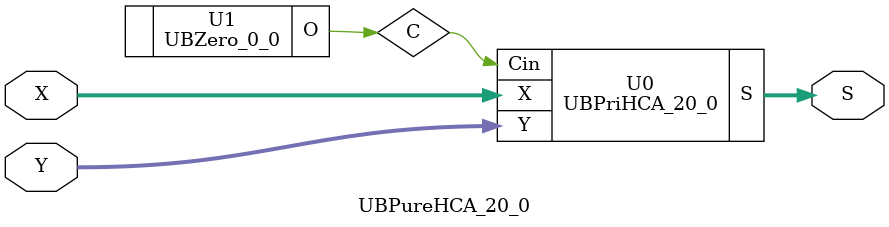
<source format=v>
/*----------------------------------------------------------------------------
  Copyright (c) 2021 Homma laboratory. All rights reserved.

  Top module: UBHCA_20_0_20_0

  Operand-1 length: 21
  Operand-2 length: 21
  Two-operand addition algorithm: Han-Carlson adder
----------------------------------------------------------------------------*/

module GPGenerator(Go, Po, A, B);
  output Go;
  output Po;
  input A;
  input B;
  assign Go = A & B;
  assign Po = A ^ B;
endmodule

module CarryOperator(Go, Po, Gi1, Pi1, Gi2, Pi2);
  output Go;
  output Po;
  input Gi1;
  input Gi2;
  input Pi1;
  input Pi2;
  assign Go = Gi1 | ( Gi2 & Pi1 );
  assign Po = Pi1 & Pi2;
endmodule

module UBPriHCA_20_0(S, X, Y, Cin);
  output [21:0] S;
  input Cin;
  input [20:0] X;
  input [20:0] Y;
  wire [20:0] G0;
  wire [20:0] G1;
  wire [20:0] G2;
  wire [20:0] G3;
  wire [20:0] G4;
  wire [20:0] G5;
  wire [20:0] G6;
  wire [20:0] P0;
  wire [20:0] P1;
  wire [20:0] P2;
  wire [20:0] P3;
  wire [20:0] P4;
  wire [20:0] P5;
  wire [20:0] P6;
  assign P1[0] = P0[0];
  assign G1[0] = G0[0];
  assign P1[2] = P0[2];
  assign G1[2] = G0[2];
  assign P1[4] = P0[4];
  assign G1[4] = G0[4];
  assign P1[6] = P0[6];
  assign G1[6] = G0[6];
  assign P1[8] = P0[8];
  assign G1[8] = G0[8];
  assign P1[10] = P0[10];
  assign G1[10] = G0[10];
  assign P1[12] = P0[12];
  assign G1[12] = G0[12];
  assign P1[14] = P0[14];
  assign G1[14] = G0[14];
  assign P1[16] = P0[16];
  assign G1[16] = G0[16];
  assign P1[18] = P0[18];
  assign G1[18] = G0[18];
  assign P1[20] = P0[20];
  assign G1[20] = G0[20];
  assign P2[0] = P1[0];
  assign G2[0] = G1[0];
  assign P2[1] = P1[1];
  assign G2[1] = G1[1];
  assign P2[2] = P1[2];
  assign G2[2] = G1[2];
  assign P2[4] = P1[4];
  assign G2[4] = G1[4];
  assign P2[6] = P1[6];
  assign G2[6] = G1[6];
  assign P2[8] = P1[8];
  assign G2[8] = G1[8];
  assign P2[10] = P1[10];
  assign G2[10] = G1[10];
  assign P2[12] = P1[12];
  assign G2[12] = G1[12];
  assign P2[14] = P1[14];
  assign G2[14] = G1[14];
  assign P2[16] = P1[16];
  assign G2[16] = G1[16];
  assign P2[18] = P1[18];
  assign G2[18] = G1[18];
  assign P2[20] = P1[20];
  assign G2[20] = G1[20];
  assign P3[0] = P2[0];
  assign G3[0] = G2[0];
  assign P3[1] = P2[1];
  assign G3[1] = G2[1];
  assign P3[2] = P2[2];
  assign G3[2] = G2[2];
  assign P3[3] = P2[3];
  assign G3[3] = G2[3];
  assign P3[4] = P2[4];
  assign G3[4] = G2[4];
  assign P3[6] = P2[6];
  assign G3[6] = G2[6];
  assign P3[8] = P2[8];
  assign G3[8] = G2[8];
  assign P3[10] = P2[10];
  assign G3[10] = G2[10];
  assign P3[12] = P2[12];
  assign G3[12] = G2[12];
  assign P3[14] = P2[14];
  assign G3[14] = G2[14];
  assign P3[16] = P2[16];
  assign G3[16] = G2[16];
  assign P3[18] = P2[18];
  assign G3[18] = G2[18];
  assign P3[20] = P2[20];
  assign G3[20] = G2[20];
  assign P4[0] = P3[0];
  assign G4[0] = G3[0];
  assign P4[1] = P3[1];
  assign G4[1] = G3[1];
  assign P4[2] = P3[2];
  assign G4[2] = G3[2];
  assign P4[3] = P3[3];
  assign G4[3] = G3[3];
  assign P4[4] = P3[4];
  assign G4[4] = G3[4];
  assign P4[5] = P3[5];
  assign G4[5] = G3[5];
  assign P4[6] = P3[6];
  assign G4[6] = G3[6];
  assign P4[7] = P3[7];
  assign G4[7] = G3[7];
  assign P4[8] = P3[8];
  assign G4[8] = G3[8];
  assign P4[10] = P3[10];
  assign G4[10] = G3[10];
  assign P4[12] = P3[12];
  assign G4[12] = G3[12];
  assign P4[14] = P3[14];
  assign G4[14] = G3[14];
  assign P4[16] = P3[16];
  assign G4[16] = G3[16];
  assign P4[18] = P3[18];
  assign G4[18] = G3[18];
  assign P4[20] = P3[20];
  assign G4[20] = G3[20];
  assign P5[0] = P4[0];
  assign G5[0] = G4[0];
  assign P5[1] = P4[1];
  assign G5[1] = G4[1];
  assign P5[2] = P4[2];
  assign G5[2] = G4[2];
  assign P5[3] = P4[3];
  assign G5[3] = G4[3];
  assign P5[4] = P4[4];
  assign G5[4] = G4[4];
  assign P5[5] = P4[5];
  assign G5[5] = G4[5];
  assign P5[6] = P4[6];
  assign G5[6] = G4[6];
  assign P5[7] = P4[7];
  assign G5[7] = G4[7];
  assign P5[8] = P4[8];
  assign G5[8] = G4[8];
  assign P5[9] = P4[9];
  assign G5[9] = G4[9];
  assign P5[10] = P4[10];
  assign G5[10] = G4[10];
  assign P5[11] = P4[11];
  assign G5[11] = G4[11];
  assign P5[12] = P4[12];
  assign G5[12] = G4[12];
  assign P5[13] = P4[13];
  assign G5[13] = G4[13];
  assign P5[14] = P4[14];
  assign G5[14] = G4[14];
  assign P5[15] = P4[15];
  assign G5[15] = G4[15];
  assign P5[16] = P4[16];
  assign G5[16] = G4[16];
  assign P5[18] = P4[18];
  assign G5[18] = G4[18];
  assign P5[20] = P4[20];
  assign G5[20] = G4[20];
  assign P6[0] = P5[0];
  assign G6[0] = G5[0];
  assign P6[1] = P5[1];
  assign G6[1] = G5[1];
  assign P6[3] = P5[3];
  assign G6[3] = G5[3];
  assign P6[5] = P5[5];
  assign G6[5] = G5[5];
  assign P6[7] = P5[7];
  assign G6[7] = G5[7];
  assign P6[9] = P5[9];
  assign G6[9] = G5[9];
  assign P6[11] = P5[11];
  assign G6[11] = G5[11];
  assign P6[13] = P5[13];
  assign G6[13] = G5[13];
  assign P6[15] = P5[15];
  assign G6[15] = G5[15];
  assign P6[17] = P5[17];
  assign G6[17] = G5[17];
  assign P6[19] = P5[19];
  assign G6[19] = G5[19];
  assign S[0] = Cin ^ P0[0];
  assign S[1] = ( G6[0] | ( P6[0] & Cin ) ) ^ P0[1];
  assign S[2] = ( G6[1] | ( P6[1] & Cin ) ) ^ P0[2];
  assign S[3] = ( G6[2] | ( P6[2] & Cin ) ) ^ P0[3];
  assign S[4] = ( G6[3] | ( P6[3] & Cin ) ) ^ P0[4];
  assign S[5] = ( G6[4] | ( P6[4] & Cin ) ) ^ P0[5];
  assign S[6] = ( G6[5] | ( P6[5] & Cin ) ) ^ P0[6];
  assign S[7] = ( G6[6] | ( P6[6] & Cin ) ) ^ P0[7];
  assign S[8] = ( G6[7] | ( P6[7] & Cin ) ) ^ P0[8];
  assign S[9] = ( G6[8] | ( P6[8] & Cin ) ) ^ P0[9];
  assign S[10] = ( G6[9] | ( P6[9] & Cin ) ) ^ P0[10];
  assign S[11] = ( G6[10] | ( P6[10] & Cin ) ) ^ P0[11];
  assign S[12] = ( G6[11] | ( P6[11] & Cin ) ) ^ P0[12];
  assign S[13] = ( G6[12] | ( P6[12] & Cin ) ) ^ P0[13];
  assign S[14] = ( G6[13] | ( P6[13] & Cin ) ) ^ P0[14];
  assign S[15] = ( G6[14] | ( P6[14] & Cin ) ) ^ P0[15];
  assign S[16] = ( G6[15] | ( P6[15] & Cin ) ) ^ P0[16];
  assign S[17] = ( G6[16] | ( P6[16] & Cin ) ) ^ P0[17];
  assign S[18] = ( G6[17] | ( P6[17] & Cin ) ) ^ P0[18];
  assign S[19] = ( G6[18] | ( P6[18] & Cin ) ) ^ P0[19];
  assign S[20] = ( G6[19] | ( P6[19] & Cin ) ) ^ P0[20];
  assign S[21] = G6[20] | ( P6[20] & Cin );
  GPGenerator U0 (G0[0], P0[0], X[0], Y[0]);
  GPGenerator U1 (G0[1], P0[1], X[1], Y[1]);
  GPGenerator U2 (G0[2], P0[2], X[2], Y[2]);
  GPGenerator U3 (G0[3], P0[3], X[3], Y[3]);
  GPGenerator U4 (G0[4], P0[4], X[4], Y[4]);
  GPGenerator U5 (G0[5], P0[5], X[5], Y[5]);
  GPGenerator U6 (G0[6], P0[6], X[6], Y[6]);
  GPGenerator U7 (G0[7], P0[7], X[7], Y[7]);
  GPGenerator U8 (G0[8], P0[8], X[8], Y[8]);
  GPGenerator U9 (G0[9], P0[9], X[9], Y[9]);
  GPGenerator U10 (G0[10], P0[10], X[10], Y[10]);
  GPGenerator U11 (G0[11], P0[11], X[11], Y[11]);
  GPGenerator U12 (G0[12], P0[12], X[12], Y[12]);
  GPGenerator U13 (G0[13], P0[13], X[13], Y[13]);
  GPGenerator U14 (G0[14], P0[14], X[14], Y[14]);
  GPGenerator U15 (G0[15], P0[15], X[15], Y[15]);
  GPGenerator U16 (G0[16], P0[16], X[16], Y[16]);
  GPGenerator U17 (G0[17], P0[17], X[17], Y[17]);
  GPGenerator U18 (G0[18], P0[18], X[18], Y[18]);
  GPGenerator U19 (G0[19], P0[19], X[19], Y[19]);
  GPGenerator U20 (G0[20], P0[20], X[20], Y[20]);
  CarryOperator U21 (G1[1], P1[1], G0[1], P0[1], G0[0], P0[0]);
  CarryOperator U22 (G1[3], P1[3], G0[3], P0[3], G0[2], P0[2]);
  CarryOperator U23 (G1[5], P1[5], G0[5], P0[5], G0[4], P0[4]);
  CarryOperator U24 (G1[7], P1[7], G0[7], P0[7], G0[6], P0[6]);
  CarryOperator U25 (G1[9], P1[9], G0[9], P0[9], G0[8], P0[8]);
  CarryOperator U26 (G1[11], P1[11], G0[11], P0[11], G0[10], P0[10]);
  CarryOperator U27 (G1[13], P1[13], G0[13], P0[13], G0[12], P0[12]);
  CarryOperator U28 (G1[15], P1[15], G0[15], P0[15], G0[14], P0[14]);
  CarryOperator U29 (G1[17], P1[17], G0[17], P0[17], G0[16], P0[16]);
  CarryOperator U30 (G1[19], P1[19], G0[19], P0[19], G0[18], P0[18]);
  CarryOperator U31 (G2[3], P2[3], G1[3], P1[3], G1[1], P1[1]);
  CarryOperator U32 (G2[5], P2[5], G1[5], P1[5], G1[3], P1[3]);
  CarryOperator U33 (G2[7], P2[7], G1[7], P1[7], G1[5], P1[5]);
  CarryOperator U34 (G2[9], P2[9], G1[9], P1[9], G1[7], P1[7]);
  CarryOperator U35 (G2[11], P2[11], G1[11], P1[11], G1[9], P1[9]);
  CarryOperator U36 (G2[13], P2[13], G1[13], P1[13], G1[11], P1[11]);
  CarryOperator U37 (G2[15], P2[15], G1[15], P1[15], G1[13], P1[13]);
  CarryOperator U38 (G2[17], P2[17], G1[17], P1[17], G1[15], P1[15]);
  CarryOperator U39 (G2[19], P2[19], G1[19], P1[19], G1[17], P1[17]);
  CarryOperator U40 (G3[5], P3[5], G2[5], P2[5], G2[1], P2[1]);
  CarryOperator U41 (G3[7], P3[7], G2[7], P2[7], G2[3], P2[3]);
  CarryOperator U42 (G3[9], P3[9], G2[9], P2[9], G2[5], P2[5]);
  CarryOperator U43 (G3[11], P3[11], G2[11], P2[11], G2[7], P2[7]);
  CarryOperator U44 (G3[13], P3[13], G2[13], P2[13], G2[9], P2[9]);
  CarryOperator U45 (G3[15], P3[15], G2[15], P2[15], G2[11], P2[11]);
  CarryOperator U46 (G3[17], P3[17], G2[17], P2[17], G2[13], P2[13]);
  CarryOperator U47 (G3[19], P3[19], G2[19], P2[19], G2[15], P2[15]);
  CarryOperator U48 (G4[9], P4[9], G3[9], P3[9], G3[1], P3[1]);
  CarryOperator U49 (G4[11], P4[11], G3[11], P3[11], G3[3], P3[3]);
  CarryOperator U50 (G4[13], P4[13], G3[13], P3[13], G3[5], P3[5]);
  CarryOperator U51 (G4[15], P4[15], G3[15], P3[15], G3[7], P3[7]);
  CarryOperator U52 (G4[17], P4[17], G3[17], P3[17], G3[9], P3[9]);
  CarryOperator U53 (G4[19], P4[19], G3[19], P3[19], G3[11], P3[11]);
  CarryOperator U54 (G5[17], P5[17], G4[17], P4[17], G4[1], P4[1]);
  CarryOperator U55 (G5[19], P5[19], G4[19], P4[19], G4[3], P4[3]);
  CarryOperator U56 (G6[2], P6[2], G5[2], P5[2], G5[1], P5[1]);
  CarryOperator U57 (G6[4], P6[4], G5[4], P5[4], G5[3], P5[3]);
  CarryOperator U58 (G6[6], P6[6], G5[6], P5[6], G5[5], P5[5]);
  CarryOperator U59 (G6[8], P6[8], G5[8], P5[8], G5[7], P5[7]);
  CarryOperator U60 (G6[10], P6[10], G5[10], P5[10], G5[9], P5[9]);
  CarryOperator U61 (G6[12], P6[12], G5[12], P5[12], G5[11], P5[11]);
  CarryOperator U62 (G6[14], P6[14], G5[14], P5[14], G5[13], P5[13]);
  CarryOperator U63 (G6[16], P6[16], G5[16], P5[16], G5[15], P5[15]);
  CarryOperator U64 (G6[18], P6[18], G5[18], P5[18], G5[17], P5[17]);
  CarryOperator U65 (G6[20], P6[20], G5[20], P5[20], G5[19], P5[19]);
endmodule

module UBZero_0_0(O);
  output [0:0] O;
  assign O[0] = 0;
endmodule

module UBHCA_20_0_20_0 (S, X, Y);
  output [21:0] S;
  input [20:0] X;
  input [20:0] Y;
  UBPureHCA_20_0 U0 (S[21:0], X[20:0], Y[20:0]);
endmodule

module UBPureHCA_20_0 (S, X, Y);
  output [21:0] S;
  input [20:0] X;
  input [20:0] Y;
  wire C;
  UBPriHCA_20_0 U0 (S, X, Y, C);
  UBZero_0_0 U1 (C);
endmodule


</source>
